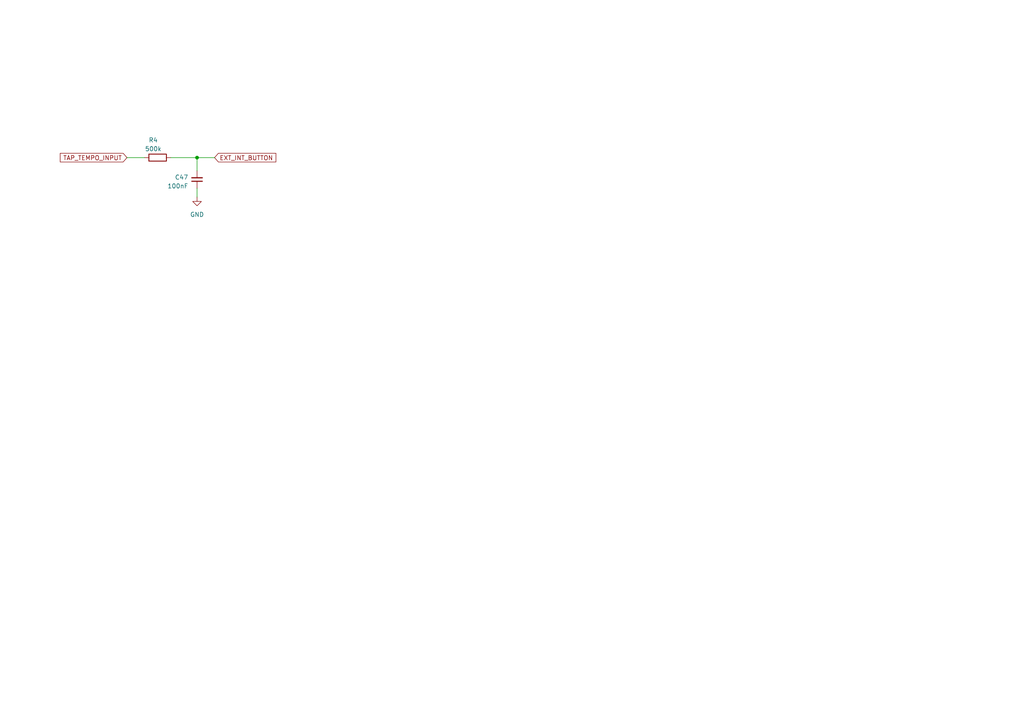
<source format=kicad_sch>
(kicad_sch (version 20230121) (generator eeschema)
  (paper "A4")
  (lib_symbols
    (symbol "Device:C_Small" (pin_numbers hide) (pin_names (offset 0.254) hide)
      (property "Reference" "C" (at 0.254 1.778 0))
      (property "Value" "C_Small" (at 0.254 -2.032 0))
      (symbol "C_Small_0_1"
        (polyline (pts (xy -1.524 -0.508) (xy 1.524 -0.508)) (stroke (width 0.3302)))
        (polyline (pts (xy -1.524 0.508) (xy 1.524 0.508)) (stroke (width 0.3048)))
      )
      (symbol "C_Small_1_1"
        (pin passive line (at 0 2.54 270) (length 2.032) (name "~") (number "1"))
        (pin passive line (at 0 -2.54 90) (length 2.032) (name "~") (number "2"))
      )
    )
    (symbol "Device:R" (pin_numbers hide) (pin_names (offset 0))
      (property "Reference" "R" (at 2.032 0 90))
      (property "Value" "R" (at 0 0 90))
      (symbol "R_0_1"
        (rectangle (start -1.016 -2.54) (end 1.016 2.54) (stroke (width 0.254)))
      )
      (symbol "R_1_1"
        (pin passive line (at 0 3.81 270) (length 1.27) (name "~") (number "1"))
        (pin passive line (at 0 -3.81 90) (length 1.27) (name "~") (number "2"))
      )
    )
    (symbol "power:GND" (power) (pin_names (offset 0))
      (property "Value" "GND" (at 0 -3.81 0))
      (symbol "GND_0_1"
        (polyline (pts (xy 0 0) (xy 0 -1.27) (xy 1.27 -1.27) (xy 0 -2.54) (xy -1.27 -1.27) (xy 0 -1.27)))
      )
      (symbol "GND_1_1"
        (pin power_in line (at 0 0 270) (length 0) hide (name "GND") (number "1"))
      )
    )
  )
  (junction (at 57.15 45.72))
  (wire (pts (xy 36.83 45.72) (xy 41.91 45.72)))
  (wire (pts (xy 57.15 54.61) (xy 57.15 57.15)))
  (wire (pts (xy 49.53 45.72) (xy 57.15 45.72)))
  (wire (pts (xy 57.15 45.72) (xy 57.15 49.53)))
  (wire (pts (xy 57.15 45.72) (xy 62.23 45.72)))
  (global_label "EXT_INT_BUTTON" (shape input) (at 62.23 45.72 0) (property "Intersheetrefs" "${INTERSHEET_REFS}" (effects hide)))
  (global_label "TAP_TEMPO_INPUT" (shape input) (at 36.83 45.72 180) (property "Intersheetrefs" "${INTERSHEET_REFS}" (effects hide)))
  (symbol (lib_id "Device:C_Small") (at 57.15 52.07 0) (mirror x) (unit 1)
    (property "Reference" "C47" (at 54.61 51.4286 0) (effects (justify right)))
    (property "Value" "100nF" (at 54.61 53.9686 0) (effects (justify right)))
    (property "Footprint" "Capacitor_SMD:C_0603_1608Metric_Pad1.08x0.95mm_HandSolder" (effects hide))
    (instances (project "stm_audio_board_V3" (path "" (reference "C47") (unit 1)) (path "" (reference "C68") (unit 1)) (path "" (reference "C79") (unit 1)) (path "" (reference "C63") (unit 1))))
  )
  (symbol (lib_id "Device:R") (at 45.72 45.72 270) (mirror x) (unit 1)
    (property "Reference" "R4" (at 44.45 40.64 90))
    (property "Value" "500k" (at 44.45 43.18 90))
    (property "Footprint" "Resistor_SMD:R_0805_2012Metric_Pad1.20x1.40mm_HandSolder" (effects hide))
    (instances (project "stm_audio_board_V3" (path "" (reference "R4") (unit 1)) (path "" (reference "R4") (unit 1)) (path "" (reference "R33") (unit 1))))
  )
  (symbol (lib_id "power:GND") (at 57.15 57.15 0) (unit 1)
    (property "Reference" "#PWR043" (effects hide))
    (property "Value" "GND" (at 57.15 62.23 0))
  )
)
</source>
